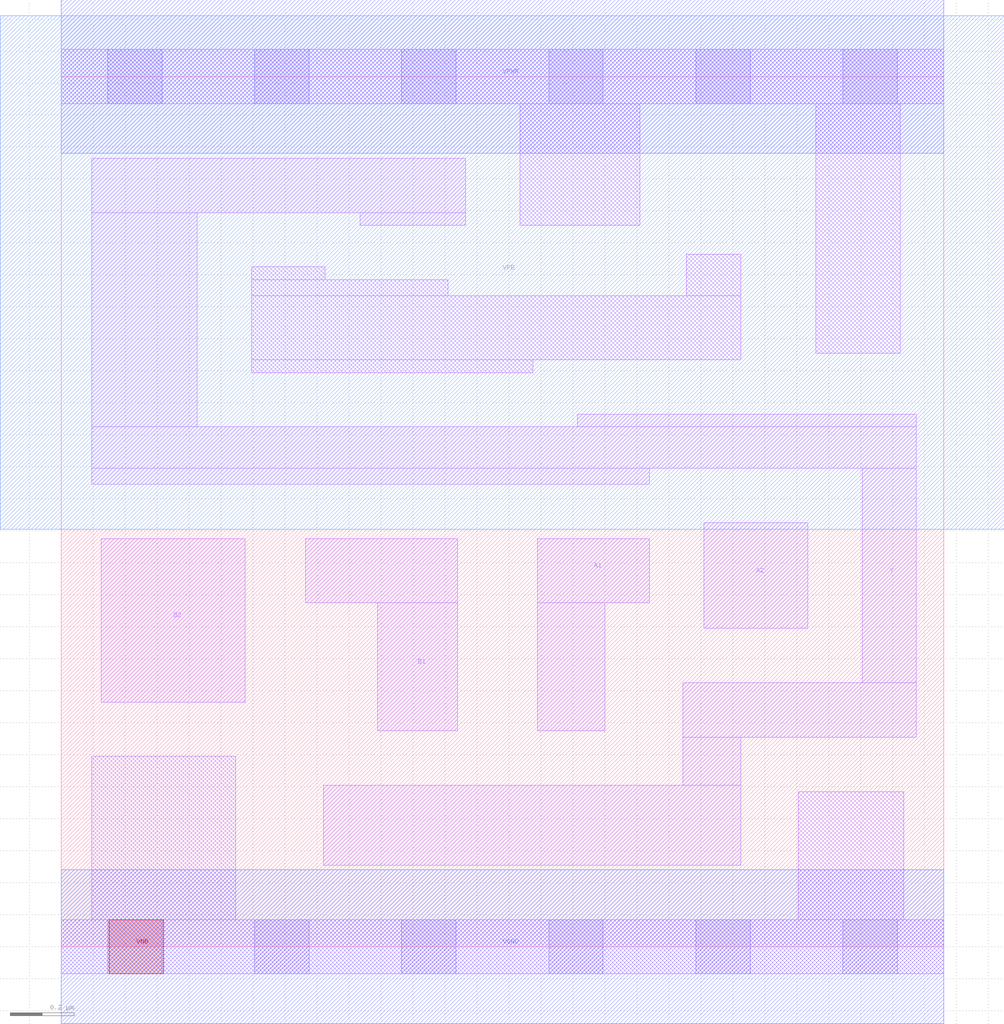
<source format=lef>
# Copyright 2020 The SkyWater PDK Authors
#
# Licensed under the Apache License, Version 2.0 (the "License");
# you may not use this file except in compliance with the License.
# You may obtain a copy of the License at
#
#     https://www.apache.org/licenses/LICENSE-2.0
#
# Unless required by applicable law or agreed to in writing, software
# distributed under the License is distributed on an "AS IS" BASIS,
# WITHOUT WARRANTIES OR CONDITIONS OF ANY KIND, either express or implied.
# See the License for the specific language governing permissions and
# limitations under the License.
#
# SPDX-License-Identifier: Apache-2.0

VERSION 5.7 ;
  NOWIREEXTENSIONATPIN ON ;
  DIVIDERCHAR "/" ;
  BUSBITCHARS "[]" ;
MACRO sky130_fd_sc_hd__a22oi_1
  CLASS CORE ;
  FOREIGN sky130_fd_sc_hd__a22oi_1 ;
  ORIGIN  0.000000  0.000000 ;
  SIZE  2.760000 BY  2.720000 ;
  SYMMETRY X Y R90 ;
  SITE unithd ;
  PIN A1
    ANTENNAGATEAREA  0.247500 ;
    DIRECTION INPUT ;
    USE SIGNAL ;
    PORT
      LAYER li1 ;
        RECT 1.490000 0.675000 1.700000 1.075000 ;
        RECT 1.490000 1.075000 1.840000 1.275000 ;
    END
  END A1
  PIN A2
    ANTENNAGATEAREA  0.247500 ;
    DIRECTION INPUT ;
    USE SIGNAL ;
    PORT
      LAYER li1 ;
        RECT 2.010000 0.995000 2.335000 1.325000 ;
    END
  END A2
  PIN B1
    ANTENNAGATEAREA  0.247500 ;
    DIRECTION INPUT ;
    USE SIGNAL ;
    PORT
      LAYER li1 ;
        RECT 0.765000 1.075000 1.240000 1.275000 ;
        RECT 0.990000 0.675000 1.240000 1.075000 ;
    END
  END B1
  PIN B2
    ANTENNAGATEAREA  0.247500 ;
    DIRECTION INPUT ;
    USE SIGNAL ;
    PORT
      LAYER li1 ;
        RECT 0.125000 0.765000 0.575000 1.275000 ;
    END
  END B2
  PIN VNB
    PORT
      LAYER pwell ;
        RECT 0.150000 -0.085000 0.320000 0.085000 ;
    END
  END VNB
  PIN VPB
    PORT
      LAYER nwell ;
        RECT -0.190000 1.305000 2.950000 2.910000 ;
    END
  END VPB
  PIN Y
    ANTENNADIFFAREA  0.858000 ;
    DIRECTION OUTPUT ;
    USE SIGNAL ;
    PORT
      LAYER li1 ;
        RECT 0.095000 1.445000 1.840000 1.495000 ;
        RECT 0.095000 1.495000 2.675000 1.625000 ;
        RECT 0.095000 1.625000 0.425000 2.295000 ;
        RECT 0.095000 2.295000 1.265000 2.465000 ;
        RECT 0.820000 0.255000 2.125000 0.505000 ;
        RECT 0.935000 2.255000 1.265000 2.295000 ;
        RECT 1.615000 1.625000 2.675000 1.665000 ;
        RECT 1.945000 0.505000 2.125000 0.655000 ;
        RECT 1.945000 0.655000 2.675000 0.825000 ;
        RECT 2.505000 0.825000 2.675000 1.495000 ;
    END
  END Y
  PIN VGND
    DIRECTION INOUT ;
    SHAPE ABUTMENT ;
    USE GROUND ;
    PORT
      LAYER met1 ;
        RECT 0.000000 -0.240000 2.760000 0.240000 ;
    END
  END VGND
  PIN VPWR
    DIRECTION INOUT ;
    SHAPE ABUTMENT ;
    USE POWER ;
    PORT
      LAYER met1 ;
        RECT 0.000000 2.480000 2.760000 2.960000 ;
    END
  END VPWR
  OBS
    LAYER li1 ;
      RECT 0.000000 -0.085000 2.760000 0.085000 ;
      RECT 0.000000  2.635000 2.760000 2.805000 ;
      RECT 0.095000  0.085000 0.545000 0.595000 ;
      RECT 0.595000  1.795000 1.475000 1.835000 ;
      RECT 0.595000  1.835000 2.125000 2.035000 ;
      RECT 0.595000  2.035000 1.210000 2.085000 ;
      RECT 0.595000  2.085000 0.825000 2.125000 ;
      RECT 1.435000  2.255000 1.810000 2.635000 ;
      RECT 1.955000  2.035000 2.125000 2.165000 ;
      RECT 2.305000  0.085000 2.635000 0.485000 ;
      RECT 2.360000  1.855000 2.625000 2.635000 ;
    LAYER mcon ;
      RECT 0.145000 -0.085000 0.315000 0.085000 ;
      RECT 0.145000  2.635000 0.315000 2.805000 ;
      RECT 0.605000 -0.085000 0.775000 0.085000 ;
      RECT 0.605000  2.635000 0.775000 2.805000 ;
      RECT 1.065000 -0.085000 1.235000 0.085000 ;
      RECT 1.065000  2.635000 1.235000 2.805000 ;
      RECT 1.525000 -0.085000 1.695000 0.085000 ;
      RECT 1.525000  2.635000 1.695000 2.805000 ;
      RECT 1.985000 -0.085000 2.155000 0.085000 ;
      RECT 1.985000  2.635000 2.155000 2.805000 ;
      RECT 2.445000 -0.085000 2.615000 0.085000 ;
      RECT 2.445000  2.635000 2.615000 2.805000 ;
  END
END sky130_fd_sc_hd__a22oi_1
END LIBRARY

</source>
